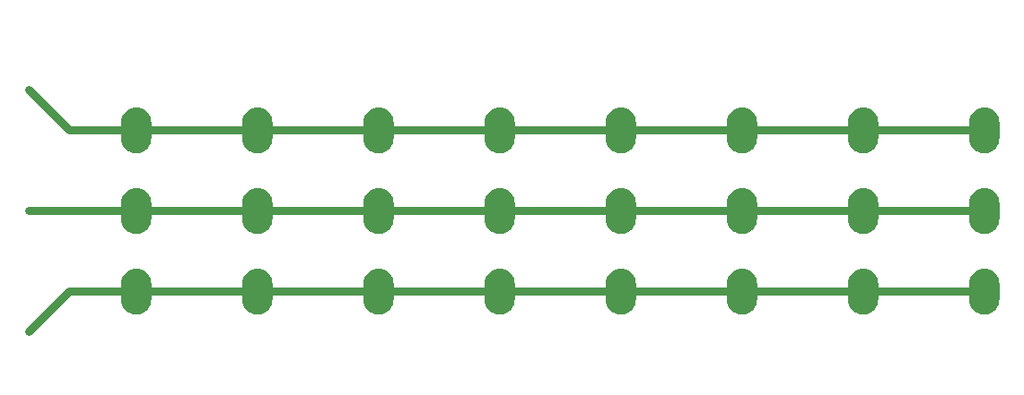
<source format=gbr>
G04 EAGLE Gerber RS-274X export*
G75*
%MOMM*%
%FSLAX34Y34*%
%LPD*%
%INCopper Layer 5*%
%IPPOS*%
%AMOC8*
5,1,8,0,0,1.08239X$1,22.5*%
G01*
%ADD10C,0.000241*%
%ADD11C,0.799997*%

G36*
X1005700Y473873D02*
X1005700Y473873D01*
X1005743Y473885D01*
X1005808Y473892D01*
X1008081Y474502D01*
X1008122Y474521D01*
X1008185Y474539D01*
X1010318Y475534D01*
X1010355Y475560D01*
X1010414Y475589D01*
X1012341Y476939D01*
X1012373Y476971D01*
X1012383Y476978D01*
X1012405Y476991D01*
X1012411Y476999D01*
X1012426Y477010D01*
X1014090Y478674D01*
X1014116Y478711D01*
X1014161Y478759D01*
X1015511Y480686D01*
X1015530Y480727D01*
X1015566Y480782D01*
X1016561Y482915D01*
X1016572Y482958D01*
X1016598Y483019D01*
X1017208Y485292D01*
X1017211Y485336D01*
X1017227Y485400D01*
X1017432Y487745D01*
X1017430Y487769D01*
X1017434Y487800D01*
X1017434Y502800D01*
X1017430Y502824D01*
X1017432Y502855D01*
X1017227Y505200D01*
X1017215Y505243D01*
X1017208Y505308D01*
X1016598Y507581D01*
X1016579Y507622D01*
X1016561Y507685D01*
X1015566Y509818D01*
X1015540Y509855D01*
X1015511Y509914D01*
X1014161Y511841D01*
X1014129Y511873D01*
X1014090Y511926D01*
X1012426Y513590D01*
X1012389Y513616D01*
X1012341Y513661D01*
X1010414Y515011D01*
X1010373Y515030D01*
X1010318Y515066D01*
X1008185Y516061D01*
X1008142Y516072D01*
X1008081Y516098D01*
X1005808Y516708D01*
X1005764Y516711D01*
X1005700Y516727D01*
X1003355Y516932D01*
X1003311Y516928D01*
X1003245Y516932D01*
X1000900Y516727D01*
X1000857Y516715D01*
X1000792Y516708D01*
X998519Y516098D01*
X998478Y516079D01*
X998415Y516061D01*
X996282Y515066D01*
X996245Y515040D01*
X996186Y515011D01*
X994259Y513661D01*
X994227Y513629D01*
X994174Y513590D01*
X992510Y511926D01*
X992484Y511889D01*
X992439Y511841D01*
X991089Y509914D01*
X991070Y509873D01*
X991034Y509818D01*
X990039Y507685D01*
X990028Y507642D01*
X990002Y507581D01*
X989392Y505308D01*
X989389Y505264D01*
X989373Y505200D01*
X989168Y502855D01*
X989170Y502831D01*
X989166Y502800D01*
X989166Y487800D01*
X989170Y487776D01*
X989168Y487745D01*
X989373Y485400D01*
X989385Y485357D01*
X989392Y485292D01*
X990002Y483019D01*
X990021Y482978D01*
X990039Y482915D01*
X991034Y480782D01*
X991060Y480745D01*
X991089Y480686D01*
X992439Y478759D01*
X992471Y478727D01*
X992510Y478674D01*
X994174Y477010D01*
X994206Y476988D01*
X994225Y476967D01*
X994234Y476963D01*
X994259Y476939D01*
X996186Y475589D01*
X996227Y475570D01*
X996282Y475534D01*
X998415Y474539D01*
X998458Y474528D01*
X998519Y474502D01*
X1000792Y473892D01*
X1000836Y473889D01*
X1000900Y473873D01*
X1003245Y473668D01*
X1003289Y473672D01*
X1003355Y473668D01*
X1005700Y473873D01*
G37*
G36*
X205600Y473873D02*
X205600Y473873D01*
X205643Y473885D01*
X205708Y473892D01*
X207981Y474502D01*
X208022Y474521D01*
X208085Y474539D01*
X210218Y475534D01*
X210255Y475560D01*
X210314Y475589D01*
X212241Y476939D01*
X212273Y476971D01*
X212283Y476978D01*
X212305Y476991D01*
X212311Y476999D01*
X212326Y477010D01*
X213990Y478674D01*
X214016Y478711D01*
X214061Y478759D01*
X215411Y480686D01*
X215430Y480727D01*
X215466Y480782D01*
X216461Y482915D01*
X216472Y482958D01*
X216498Y483019D01*
X217108Y485292D01*
X217111Y485336D01*
X217127Y485400D01*
X217332Y487745D01*
X217330Y487769D01*
X217334Y487800D01*
X217334Y502800D01*
X217330Y502824D01*
X217332Y502855D01*
X217127Y505200D01*
X217115Y505243D01*
X217108Y505308D01*
X216498Y507581D01*
X216479Y507622D01*
X216461Y507685D01*
X215466Y509818D01*
X215440Y509855D01*
X215411Y509914D01*
X214061Y511841D01*
X214029Y511873D01*
X213990Y511926D01*
X212326Y513590D01*
X212289Y513616D01*
X212241Y513661D01*
X210314Y515011D01*
X210273Y515030D01*
X210218Y515066D01*
X208085Y516061D01*
X208042Y516072D01*
X207981Y516098D01*
X205708Y516708D01*
X205664Y516711D01*
X205600Y516727D01*
X203255Y516932D01*
X203211Y516928D01*
X203145Y516932D01*
X200800Y516727D01*
X200757Y516715D01*
X200692Y516708D01*
X198419Y516098D01*
X198378Y516079D01*
X198315Y516061D01*
X196182Y515066D01*
X196145Y515040D01*
X196086Y515011D01*
X194159Y513661D01*
X194127Y513629D01*
X194074Y513590D01*
X192410Y511926D01*
X192384Y511889D01*
X192339Y511841D01*
X190989Y509914D01*
X190970Y509873D01*
X190934Y509818D01*
X189939Y507685D01*
X189928Y507642D01*
X189902Y507581D01*
X189292Y505308D01*
X189289Y505264D01*
X189273Y505200D01*
X189068Y502855D01*
X189070Y502831D01*
X189066Y502800D01*
X189066Y487800D01*
X189070Y487776D01*
X189068Y487745D01*
X189273Y485400D01*
X189285Y485357D01*
X189292Y485292D01*
X189902Y483019D01*
X189921Y482978D01*
X189939Y482915D01*
X190934Y480782D01*
X190960Y480745D01*
X190989Y480686D01*
X192339Y478759D01*
X192371Y478727D01*
X192410Y478674D01*
X194074Y477010D01*
X194106Y476988D01*
X194125Y476967D01*
X194134Y476963D01*
X194159Y476939D01*
X196086Y475589D01*
X196127Y475570D01*
X196182Y475534D01*
X198315Y474539D01*
X198358Y474528D01*
X198419Y474502D01*
X200692Y473892D01*
X200736Y473889D01*
X200800Y473873D01*
X203145Y473668D01*
X203189Y473672D01*
X203255Y473668D01*
X205600Y473873D01*
G37*
G36*
X319900Y473873D02*
X319900Y473873D01*
X319943Y473885D01*
X320008Y473892D01*
X322281Y474502D01*
X322322Y474521D01*
X322385Y474539D01*
X324518Y475534D01*
X324555Y475560D01*
X324614Y475589D01*
X326541Y476939D01*
X326573Y476971D01*
X326583Y476978D01*
X326605Y476991D01*
X326611Y476999D01*
X326626Y477010D01*
X328290Y478674D01*
X328316Y478711D01*
X328361Y478759D01*
X329711Y480686D01*
X329730Y480727D01*
X329766Y480782D01*
X330761Y482915D01*
X330772Y482958D01*
X330798Y483019D01*
X331408Y485292D01*
X331411Y485336D01*
X331427Y485400D01*
X331632Y487745D01*
X331630Y487769D01*
X331634Y487800D01*
X331634Y502800D01*
X331630Y502824D01*
X331632Y502855D01*
X331427Y505200D01*
X331415Y505243D01*
X331408Y505308D01*
X330798Y507581D01*
X330779Y507622D01*
X330761Y507685D01*
X329766Y509818D01*
X329740Y509855D01*
X329711Y509914D01*
X328361Y511841D01*
X328329Y511873D01*
X328290Y511926D01*
X326626Y513590D01*
X326589Y513616D01*
X326541Y513661D01*
X324614Y515011D01*
X324573Y515030D01*
X324518Y515066D01*
X322385Y516061D01*
X322342Y516072D01*
X322281Y516098D01*
X320008Y516708D01*
X319964Y516711D01*
X319900Y516727D01*
X317555Y516932D01*
X317511Y516928D01*
X317445Y516932D01*
X315100Y516727D01*
X315057Y516715D01*
X314992Y516708D01*
X312719Y516098D01*
X312678Y516079D01*
X312615Y516061D01*
X310482Y515066D01*
X310445Y515040D01*
X310386Y515011D01*
X308459Y513661D01*
X308427Y513629D01*
X308374Y513590D01*
X306710Y511926D01*
X306684Y511889D01*
X306639Y511841D01*
X305289Y509914D01*
X305270Y509873D01*
X305234Y509818D01*
X304239Y507685D01*
X304228Y507642D01*
X304202Y507581D01*
X303592Y505308D01*
X303589Y505264D01*
X303573Y505200D01*
X303368Y502855D01*
X303370Y502831D01*
X303366Y502800D01*
X303366Y487800D01*
X303370Y487776D01*
X303368Y487745D01*
X303573Y485400D01*
X303585Y485357D01*
X303592Y485292D01*
X304202Y483019D01*
X304221Y482978D01*
X304239Y482915D01*
X305234Y480782D01*
X305260Y480745D01*
X305289Y480686D01*
X306639Y478759D01*
X306671Y478727D01*
X306710Y478674D01*
X308374Y477010D01*
X308406Y476988D01*
X308425Y476967D01*
X308434Y476963D01*
X308459Y476939D01*
X310386Y475589D01*
X310427Y475570D01*
X310482Y475534D01*
X312615Y474539D01*
X312658Y474528D01*
X312719Y474502D01*
X314992Y473892D01*
X315036Y473889D01*
X315100Y473873D01*
X317445Y473668D01*
X317489Y473672D01*
X317555Y473668D01*
X319900Y473873D01*
G37*
G36*
X434200Y473873D02*
X434200Y473873D01*
X434243Y473885D01*
X434308Y473892D01*
X436581Y474502D01*
X436622Y474521D01*
X436685Y474539D01*
X438818Y475534D01*
X438855Y475560D01*
X438914Y475589D01*
X440841Y476939D01*
X440873Y476971D01*
X440883Y476978D01*
X440905Y476991D01*
X440911Y476999D01*
X440926Y477010D01*
X442590Y478674D01*
X442616Y478711D01*
X442661Y478759D01*
X444011Y480686D01*
X444030Y480727D01*
X444066Y480782D01*
X445061Y482915D01*
X445072Y482958D01*
X445098Y483019D01*
X445708Y485292D01*
X445711Y485336D01*
X445727Y485400D01*
X445932Y487745D01*
X445930Y487769D01*
X445934Y487800D01*
X445934Y502800D01*
X445930Y502824D01*
X445932Y502855D01*
X445727Y505200D01*
X445715Y505243D01*
X445708Y505308D01*
X445098Y507581D01*
X445079Y507622D01*
X445061Y507685D01*
X444066Y509818D01*
X444040Y509855D01*
X444011Y509914D01*
X442661Y511841D01*
X442629Y511873D01*
X442590Y511926D01*
X440926Y513590D01*
X440889Y513616D01*
X440841Y513661D01*
X438914Y515011D01*
X438873Y515030D01*
X438818Y515066D01*
X436685Y516061D01*
X436642Y516072D01*
X436581Y516098D01*
X434308Y516708D01*
X434264Y516711D01*
X434200Y516727D01*
X431855Y516932D01*
X431811Y516928D01*
X431745Y516932D01*
X429400Y516727D01*
X429357Y516715D01*
X429292Y516708D01*
X427019Y516098D01*
X426978Y516079D01*
X426915Y516061D01*
X424782Y515066D01*
X424745Y515040D01*
X424686Y515011D01*
X422759Y513661D01*
X422727Y513629D01*
X422674Y513590D01*
X421010Y511926D01*
X420984Y511889D01*
X420939Y511841D01*
X419589Y509914D01*
X419570Y509873D01*
X419534Y509818D01*
X418539Y507685D01*
X418528Y507642D01*
X418502Y507581D01*
X417892Y505308D01*
X417889Y505264D01*
X417873Y505200D01*
X417668Y502855D01*
X417670Y502831D01*
X417666Y502800D01*
X417666Y487800D01*
X417670Y487776D01*
X417668Y487745D01*
X417873Y485400D01*
X417885Y485357D01*
X417892Y485292D01*
X418502Y483019D01*
X418521Y482978D01*
X418539Y482915D01*
X419534Y480782D01*
X419560Y480745D01*
X419589Y480686D01*
X420939Y478759D01*
X420971Y478727D01*
X421010Y478674D01*
X422674Y477010D01*
X422706Y476988D01*
X422725Y476967D01*
X422734Y476963D01*
X422759Y476939D01*
X424686Y475589D01*
X424727Y475570D01*
X424782Y475534D01*
X426915Y474539D01*
X426958Y474528D01*
X427019Y474502D01*
X429292Y473892D01*
X429336Y473889D01*
X429400Y473873D01*
X431745Y473668D01*
X431789Y473672D01*
X431855Y473668D01*
X434200Y473873D01*
G37*
G36*
X777100Y473873D02*
X777100Y473873D01*
X777143Y473885D01*
X777208Y473892D01*
X779481Y474502D01*
X779522Y474521D01*
X779585Y474539D01*
X781718Y475534D01*
X781755Y475560D01*
X781814Y475589D01*
X783741Y476939D01*
X783773Y476971D01*
X783783Y476978D01*
X783805Y476991D01*
X783811Y476999D01*
X783826Y477010D01*
X785490Y478674D01*
X785516Y478711D01*
X785561Y478759D01*
X786911Y480686D01*
X786930Y480727D01*
X786966Y480782D01*
X787961Y482915D01*
X787972Y482958D01*
X787998Y483019D01*
X788608Y485292D01*
X788611Y485336D01*
X788627Y485400D01*
X788832Y487745D01*
X788830Y487769D01*
X788834Y487800D01*
X788834Y502800D01*
X788830Y502824D01*
X788832Y502855D01*
X788627Y505200D01*
X788615Y505243D01*
X788608Y505308D01*
X787998Y507581D01*
X787979Y507622D01*
X787961Y507685D01*
X786966Y509818D01*
X786940Y509855D01*
X786911Y509914D01*
X785561Y511841D01*
X785529Y511873D01*
X785490Y511926D01*
X783826Y513590D01*
X783789Y513616D01*
X783741Y513661D01*
X781814Y515011D01*
X781773Y515030D01*
X781718Y515066D01*
X779585Y516061D01*
X779542Y516072D01*
X779481Y516098D01*
X777208Y516708D01*
X777164Y516711D01*
X777100Y516727D01*
X774755Y516932D01*
X774711Y516928D01*
X774645Y516932D01*
X772300Y516727D01*
X772257Y516715D01*
X772192Y516708D01*
X769919Y516098D01*
X769878Y516079D01*
X769815Y516061D01*
X767682Y515066D01*
X767645Y515040D01*
X767586Y515011D01*
X765659Y513661D01*
X765627Y513629D01*
X765574Y513590D01*
X763910Y511926D01*
X763884Y511889D01*
X763839Y511841D01*
X762489Y509914D01*
X762470Y509873D01*
X762434Y509818D01*
X761439Y507685D01*
X761428Y507642D01*
X761402Y507581D01*
X760792Y505308D01*
X760789Y505264D01*
X760773Y505200D01*
X760568Y502855D01*
X760570Y502831D01*
X760566Y502800D01*
X760566Y487800D01*
X760570Y487776D01*
X760568Y487745D01*
X760773Y485400D01*
X760785Y485357D01*
X760792Y485292D01*
X761402Y483019D01*
X761421Y482978D01*
X761439Y482915D01*
X762434Y480782D01*
X762460Y480745D01*
X762489Y480686D01*
X763839Y478759D01*
X763871Y478727D01*
X763910Y478674D01*
X765574Y477010D01*
X765606Y476988D01*
X765625Y476967D01*
X765634Y476963D01*
X765659Y476939D01*
X767586Y475589D01*
X767627Y475570D01*
X767682Y475534D01*
X769815Y474539D01*
X769858Y474528D01*
X769919Y474502D01*
X772192Y473892D01*
X772236Y473889D01*
X772300Y473873D01*
X774645Y473668D01*
X774689Y473672D01*
X774755Y473668D01*
X777100Y473873D01*
G37*
G36*
X548500Y473873D02*
X548500Y473873D01*
X548543Y473885D01*
X548608Y473892D01*
X550881Y474502D01*
X550922Y474521D01*
X550985Y474539D01*
X553118Y475534D01*
X553155Y475560D01*
X553214Y475589D01*
X555141Y476939D01*
X555173Y476971D01*
X555183Y476978D01*
X555205Y476991D01*
X555211Y476999D01*
X555226Y477010D01*
X556890Y478674D01*
X556916Y478711D01*
X556961Y478759D01*
X558311Y480686D01*
X558330Y480727D01*
X558366Y480782D01*
X559361Y482915D01*
X559372Y482958D01*
X559398Y483019D01*
X560008Y485292D01*
X560011Y485336D01*
X560027Y485400D01*
X560232Y487745D01*
X560230Y487769D01*
X560234Y487800D01*
X560234Y502800D01*
X560230Y502824D01*
X560232Y502855D01*
X560027Y505200D01*
X560015Y505243D01*
X560008Y505308D01*
X559398Y507581D01*
X559379Y507622D01*
X559361Y507685D01*
X558366Y509818D01*
X558340Y509855D01*
X558311Y509914D01*
X556961Y511841D01*
X556929Y511873D01*
X556890Y511926D01*
X555226Y513590D01*
X555189Y513616D01*
X555141Y513661D01*
X553214Y515011D01*
X553173Y515030D01*
X553118Y515066D01*
X550985Y516061D01*
X550942Y516072D01*
X550881Y516098D01*
X548608Y516708D01*
X548564Y516711D01*
X548500Y516727D01*
X546155Y516932D01*
X546111Y516928D01*
X546045Y516932D01*
X543700Y516727D01*
X543657Y516715D01*
X543592Y516708D01*
X541319Y516098D01*
X541278Y516079D01*
X541215Y516061D01*
X539082Y515066D01*
X539045Y515040D01*
X538986Y515011D01*
X537059Y513661D01*
X537027Y513629D01*
X536974Y513590D01*
X535310Y511926D01*
X535284Y511889D01*
X535239Y511841D01*
X533889Y509914D01*
X533870Y509873D01*
X533834Y509818D01*
X532839Y507685D01*
X532828Y507642D01*
X532802Y507581D01*
X532192Y505308D01*
X532189Y505264D01*
X532173Y505200D01*
X531968Y502855D01*
X531970Y502831D01*
X531966Y502800D01*
X531966Y487800D01*
X531970Y487776D01*
X531968Y487745D01*
X532173Y485400D01*
X532185Y485357D01*
X532192Y485292D01*
X532802Y483019D01*
X532821Y482978D01*
X532839Y482915D01*
X533834Y480782D01*
X533860Y480745D01*
X533889Y480686D01*
X535239Y478759D01*
X535271Y478727D01*
X535310Y478674D01*
X536974Y477010D01*
X537006Y476988D01*
X537025Y476967D01*
X537034Y476963D01*
X537059Y476939D01*
X538986Y475589D01*
X539027Y475570D01*
X539082Y475534D01*
X541215Y474539D01*
X541258Y474528D01*
X541319Y474502D01*
X543592Y473892D01*
X543636Y473889D01*
X543700Y473873D01*
X546045Y473668D01*
X546089Y473672D01*
X546155Y473668D01*
X548500Y473873D01*
G37*
G36*
X891400Y473873D02*
X891400Y473873D01*
X891443Y473885D01*
X891508Y473892D01*
X893781Y474502D01*
X893822Y474521D01*
X893885Y474539D01*
X896018Y475534D01*
X896055Y475560D01*
X896114Y475589D01*
X898041Y476939D01*
X898073Y476971D01*
X898083Y476978D01*
X898105Y476991D01*
X898111Y476999D01*
X898126Y477010D01*
X899790Y478674D01*
X899816Y478711D01*
X899861Y478759D01*
X901211Y480686D01*
X901230Y480727D01*
X901266Y480782D01*
X902261Y482915D01*
X902272Y482958D01*
X902298Y483019D01*
X902908Y485292D01*
X902911Y485336D01*
X902927Y485400D01*
X903132Y487745D01*
X903130Y487769D01*
X903134Y487800D01*
X903134Y502800D01*
X903130Y502824D01*
X903132Y502855D01*
X902927Y505200D01*
X902915Y505243D01*
X902908Y505308D01*
X902298Y507581D01*
X902279Y507622D01*
X902261Y507685D01*
X901266Y509818D01*
X901240Y509855D01*
X901211Y509914D01*
X899861Y511841D01*
X899829Y511873D01*
X899790Y511926D01*
X898126Y513590D01*
X898089Y513616D01*
X898041Y513661D01*
X896114Y515011D01*
X896073Y515030D01*
X896018Y515066D01*
X893885Y516061D01*
X893842Y516072D01*
X893781Y516098D01*
X891508Y516708D01*
X891464Y516711D01*
X891400Y516727D01*
X889055Y516932D01*
X889011Y516928D01*
X888945Y516932D01*
X886600Y516727D01*
X886557Y516715D01*
X886492Y516708D01*
X884219Y516098D01*
X884178Y516079D01*
X884115Y516061D01*
X881982Y515066D01*
X881945Y515040D01*
X881886Y515011D01*
X879959Y513661D01*
X879927Y513629D01*
X879874Y513590D01*
X878210Y511926D01*
X878184Y511889D01*
X878139Y511841D01*
X876789Y509914D01*
X876770Y509873D01*
X876734Y509818D01*
X875739Y507685D01*
X875728Y507642D01*
X875702Y507581D01*
X875092Y505308D01*
X875089Y505264D01*
X875073Y505200D01*
X874868Y502855D01*
X874870Y502831D01*
X874866Y502800D01*
X874866Y487800D01*
X874870Y487776D01*
X874868Y487745D01*
X875073Y485400D01*
X875085Y485357D01*
X875092Y485292D01*
X875702Y483019D01*
X875721Y482978D01*
X875739Y482915D01*
X876734Y480782D01*
X876760Y480745D01*
X876789Y480686D01*
X878139Y478759D01*
X878171Y478727D01*
X878210Y478674D01*
X879874Y477010D01*
X879906Y476988D01*
X879925Y476967D01*
X879934Y476963D01*
X879959Y476939D01*
X881886Y475589D01*
X881927Y475570D01*
X881982Y475534D01*
X884115Y474539D01*
X884158Y474528D01*
X884219Y474502D01*
X886492Y473892D01*
X886536Y473889D01*
X886600Y473873D01*
X888945Y473668D01*
X888989Y473672D01*
X889055Y473668D01*
X891400Y473873D01*
G37*
G36*
X662800Y473873D02*
X662800Y473873D01*
X662843Y473885D01*
X662908Y473892D01*
X665181Y474502D01*
X665222Y474521D01*
X665285Y474539D01*
X667418Y475534D01*
X667455Y475560D01*
X667514Y475589D01*
X669441Y476939D01*
X669473Y476971D01*
X669483Y476978D01*
X669504Y476991D01*
X669511Y476999D01*
X669526Y477010D01*
X671190Y478674D01*
X671216Y478711D01*
X671261Y478759D01*
X672611Y480686D01*
X672630Y480727D01*
X672666Y480782D01*
X673661Y482915D01*
X673672Y482958D01*
X673698Y483019D01*
X674308Y485292D01*
X674311Y485336D01*
X674327Y485400D01*
X674532Y487745D01*
X674530Y487769D01*
X674534Y487800D01*
X674534Y502800D01*
X674530Y502824D01*
X674532Y502855D01*
X674327Y505200D01*
X674315Y505243D01*
X674308Y505308D01*
X673698Y507581D01*
X673679Y507622D01*
X673661Y507685D01*
X672666Y509818D01*
X672640Y509855D01*
X672611Y509914D01*
X671261Y511841D01*
X671229Y511873D01*
X671190Y511926D01*
X669526Y513590D01*
X669489Y513616D01*
X669441Y513661D01*
X667514Y515011D01*
X667473Y515030D01*
X667418Y515066D01*
X665285Y516061D01*
X665242Y516072D01*
X665181Y516098D01*
X662908Y516708D01*
X662864Y516711D01*
X662800Y516727D01*
X660455Y516932D01*
X660411Y516928D01*
X660345Y516932D01*
X658000Y516727D01*
X657957Y516715D01*
X657892Y516708D01*
X655619Y516098D01*
X655578Y516079D01*
X655515Y516061D01*
X653382Y515066D01*
X653345Y515040D01*
X653286Y515011D01*
X651359Y513661D01*
X651327Y513629D01*
X651274Y513590D01*
X649610Y511926D01*
X649584Y511889D01*
X649539Y511841D01*
X648189Y509914D01*
X648170Y509873D01*
X648134Y509818D01*
X647139Y507685D01*
X647128Y507642D01*
X647102Y507581D01*
X646492Y505308D01*
X646489Y505264D01*
X646473Y505200D01*
X646268Y502855D01*
X646270Y502831D01*
X646266Y502800D01*
X646266Y487800D01*
X646270Y487776D01*
X646268Y487745D01*
X646473Y485400D01*
X646485Y485357D01*
X646492Y485292D01*
X647102Y483019D01*
X647121Y482978D01*
X647139Y482915D01*
X648134Y480782D01*
X648160Y480745D01*
X648189Y480686D01*
X649539Y478759D01*
X649571Y478727D01*
X649610Y478674D01*
X651274Y477010D01*
X651306Y476988D01*
X651325Y476967D01*
X651334Y476963D01*
X651359Y476939D01*
X653286Y475589D01*
X653327Y475570D01*
X653382Y475534D01*
X655515Y474539D01*
X655558Y474528D01*
X655619Y474502D01*
X657892Y473892D01*
X657936Y473889D01*
X658000Y473873D01*
X660345Y473668D01*
X660389Y473672D01*
X660455Y473668D01*
X662800Y473873D01*
G37*
G36*
X548500Y397673D02*
X548500Y397673D01*
X548543Y397685D01*
X548608Y397692D01*
X550881Y398302D01*
X550922Y398321D01*
X550985Y398339D01*
X553118Y399334D01*
X553155Y399360D01*
X553214Y399389D01*
X555141Y400739D01*
X555173Y400771D01*
X555183Y400778D01*
X555205Y400791D01*
X555211Y400799D01*
X555226Y400810D01*
X556890Y402474D01*
X556916Y402511D01*
X556961Y402559D01*
X558311Y404486D01*
X558330Y404527D01*
X558366Y404582D01*
X559361Y406715D01*
X559372Y406758D01*
X559398Y406819D01*
X560008Y409092D01*
X560011Y409136D01*
X560027Y409200D01*
X560232Y411545D01*
X560230Y411569D01*
X560234Y411600D01*
X560234Y426600D01*
X560230Y426624D01*
X560232Y426655D01*
X560027Y429000D01*
X560015Y429043D01*
X560008Y429108D01*
X559398Y431381D01*
X559379Y431422D01*
X559361Y431485D01*
X558366Y433618D01*
X558340Y433655D01*
X558311Y433714D01*
X556961Y435641D01*
X556929Y435673D01*
X556890Y435726D01*
X555226Y437390D01*
X555189Y437416D01*
X555141Y437461D01*
X553214Y438811D01*
X553173Y438830D01*
X553118Y438866D01*
X550985Y439861D01*
X550942Y439872D01*
X550881Y439898D01*
X548608Y440508D01*
X548564Y440511D01*
X548500Y440527D01*
X546155Y440732D01*
X546111Y440728D01*
X546045Y440732D01*
X543700Y440527D01*
X543657Y440515D01*
X543592Y440508D01*
X541319Y439898D01*
X541278Y439879D01*
X541215Y439861D01*
X539082Y438866D01*
X539045Y438840D01*
X538986Y438811D01*
X537059Y437461D01*
X537027Y437429D01*
X536974Y437390D01*
X535310Y435726D01*
X535284Y435689D01*
X535239Y435641D01*
X533889Y433714D01*
X533870Y433673D01*
X533834Y433618D01*
X532839Y431485D01*
X532828Y431442D01*
X532802Y431381D01*
X532192Y429108D01*
X532189Y429064D01*
X532173Y429000D01*
X531968Y426655D01*
X531970Y426631D01*
X531966Y426600D01*
X531966Y411600D01*
X531970Y411576D01*
X531968Y411545D01*
X532173Y409200D01*
X532185Y409157D01*
X532192Y409092D01*
X532802Y406819D01*
X532821Y406778D01*
X532839Y406715D01*
X533834Y404582D01*
X533860Y404545D01*
X533889Y404486D01*
X535239Y402559D01*
X535271Y402527D01*
X535310Y402474D01*
X536974Y400810D01*
X537006Y400788D01*
X537025Y400767D01*
X537034Y400763D01*
X537059Y400739D01*
X538986Y399389D01*
X539027Y399370D01*
X539082Y399334D01*
X541215Y398339D01*
X541258Y398328D01*
X541319Y398302D01*
X543592Y397692D01*
X543636Y397689D01*
X543700Y397673D01*
X546045Y397468D01*
X546089Y397472D01*
X546155Y397468D01*
X548500Y397673D01*
G37*
G36*
X662800Y397673D02*
X662800Y397673D01*
X662843Y397685D01*
X662908Y397692D01*
X665181Y398302D01*
X665222Y398321D01*
X665285Y398339D01*
X667418Y399334D01*
X667455Y399360D01*
X667514Y399389D01*
X669441Y400739D01*
X669473Y400771D01*
X669483Y400778D01*
X669505Y400791D01*
X669511Y400799D01*
X669526Y400810D01*
X671190Y402474D01*
X671216Y402511D01*
X671261Y402559D01*
X672611Y404486D01*
X672630Y404527D01*
X672666Y404582D01*
X673661Y406715D01*
X673672Y406758D01*
X673698Y406819D01*
X674308Y409092D01*
X674311Y409136D01*
X674327Y409200D01*
X674532Y411545D01*
X674530Y411569D01*
X674534Y411600D01*
X674534Y426600D01*
X674530Y426624D01*
X674532Y426655D01*
X674327Y429000D01*
X674315Y429043D01*
X674308Y429108D01*
X673698Y431381D01*
X673679Y431422D01*
X673661Y431485D01*
X672666Y433618D01*
X672640Y433655D01*
X672611Y433714D01*
X671261Y435641D01*
X671229Y435673D01*
X671190Y435726D01*
X669526Y437390D01*
X669489Y437416D01*
X669441Y437461D01*
X667514Y438811D01*
X667473Y438830D01*
X667418Y438866D01*
X665285Y439861D01*
X665242Y439872D01*
X665181Y439898D01*
X662908Y440508D01*
X662864Y440511D01*
X662800Y440527D01*
X660455Y440732D01*
X660411Y440728D01*
X660345Y440732D01*
X658000Y440527D01*
X657957Y440515D01*
X657892Y440508D01*
X655619Y439898D01*
X655578Y439879D01*
X655515Y439861D01*
X653382Y438866D01*
X653345Y438840D01*
X653286Y438811D01*
X651359Y437461D01*
X651327Y437429D01*
X651274Y437390D01*
X649610Y435726D01*
X649584Y435689D01*
X649539Y435641D01*
X648189Y433714D01*
X648170Y433673D01*
X648134Y433618D01*
X647139Y431485D01*
X647128Y431442D01*
X647102Y431381D01*
X646492Y429108D01*
X646489Y429064D01*
X646473Y429000D01*
X646268Y426655D01*
X646270Y426631D01*
X646266Y426600D01*
X646266Y411600D01*
X646270Y411576D01*
X646268Y411545D01*
X646473Y409200D01*
X646485Y409157D01*
X646492Y409092D01*
X647102Y406819D01*
X647121Y406778D01*
X647139Y406715D01*
X648134Y404582D01*
X648160Y404545D01*
X648189Y404486D01*
X649539Y402559D01*
X649571Y402527D01*
X649610Y402474D01*
X651274Y400810D01*
X651306Y400788D01*
X651325Y400767D01*
X651334Y400763D01*
X651359Y400739D01*
X653286Y399389D01*
X653327Y399370D01*
X653382Y399334D01*
X655515Y398339D01*
X655558Y398328D01*
X655619Y398302D01*
X657892Y397692D01*
X657936Y397689D01*
X658000Y397673D01*
X660345Y397468D01*
X660389Y397472D01*
X660455Y397468D01*
X662800Y397673D01*
G37*
G36*
X1005700Y397673D02*
X1005700Y397673D01*
X1005743Y397685D01*
X1005808Y397692D01*
X1008081Y398302D01*
X1008122Y398321D01*
X1008185Y398339D01*
X1010318Y399334D01*
X1010355Y399360D01*
X1010414Y399389D01*
X1012341Y400739D01*
X1012373Y400771D01*
X1012383Y400778D01*
X1012405Y400791D01*
X1012411Y400799D01*
X1012426Y400810D01*
X1014090Y402474D01*
X1014116Y402511D01*
X1014161Y402559D01*
X1015511Y404486D01*
X1015530Y404527D01*
X1015566Y404582D01*
X1016561Y406715D01*
X1016572Y406758D01*
X1016598Y406819D01*
X1017208Y409092D01*
X1017211Y409136D01*
X1017227Y409200D01*
X1017432Y411545D01*
X1017430Y411569D01*
X1017434Y411600D01*
X1017434Y426600D01*
X1017430Y426624D01*
X1017432Y426655D01*
X1017227Y429000D01*
X1017215Y429043D01*
X1017208Y429108D01*
X1016598Y431381D01*
X1016579Y431422D01*
X1016561Y431485D01*
X1015566Y433618D01*
X1015540Y433655D01*
X1015511Y433714D01*
X1014161Y435641D01*
X1014129Y435673D01*
X1014090Y435726D01*
X1012426Y437390D01*
X1012389Y437416D01*
X1012341Y437461D01*
X1010414Y438811D01*
X1010373Y438830D01*
X1010318Y438866D01*
X1008185Y439861D01*
X1008142Y439872D01*
X1008081Y439898D01*
X1005808Y440508D01*
X1005764Y440511D01*
X1005700Y440527D01*
X1003355Y440732D01*
X1003311Y440728D01*
X1003245Y440732D01*
X1000900Y440527D01*
X1000857Y440515D01*
X1000792Y440508D01*
X998519Y439898D01*
X998478Y439879D01*
X998415Y439861D01*
X996282Y438866D01*
X996245Y438840D01*
X996186Y438811D01*
X994259Y437461D01*
X994227Y437429D01*
X994174Y437390D01*
X992510Y435726D01*
X992484Y435689D01*
X992439Y435641D01*
X991089Y433714D01*
X991070Y433673D01*
X991034Y433618D01*
X990039Y431485D01*
X990028Y431442D01*
X990002Y431381D01*
X989392Y429108D01*
X989389Y429064D01*
X989373Y429000D01*
X989168Y426655D01*
X989170Y426631D01*
X989166Y426600D01*
X989166Y411600D01*
X989170Y411576D01*
X989168Y411545D01*
X989373Y409200D01*
X989385Y409157D01*
X989392Y409092D01*
X990002Y406819D01*
X990021Y406778D01*
X990039Y406715D01*
X991034Y404582D01*
X991060Y404545D01*
X991089Y404486D01*
X992439Y402559D01*
X992471Y402527D01*
X992510Y402474D01*
X994174Y400810D01*
X994206Y400788D01*
X994225Y400767D01*
X994234Y400763D01*
X994259Y400739D01*
X996186Y399389D01*
X996227Y399370D01*
X996282Y399334D01*
X998415Y398339D01*
X998458Y398328D01*
X998519Y398302D01*
X1000792Y397692D01*
X1000836Y397689D01*
X1000900Y397673D01*
X1003245Y397468D01*
X1003289Y397472D01*
X1003355Y397468D01*
X1005700Y397673D01*
G37*
G36*
X434200Y397673D02*
X434200Y397673D01*
X434243Y397685D01*
X434308Y397692D01*
X436581Y398302D01*
X436622Y398321D01*
X436685Y398339D01*
X438818Y399334D01*
X438855Y399360D01*
X438914Y399389D01*
X440841Y400739D01*
X440873Y400771D01*
X440883Y400778D01*
X440905Y400791D01*
X440911Y400799D01*
X440926Y400810D01*
X442590Y402474D01*
X442616Y402511D01*
X442661Y402559D01*
X444011Y404486D01*
X444030Y404527D01*
X444066Y404582D01*
X445061Y406715D01*
X445072Y406758D01*
X445098Y406819D01*
X445708Y409092D01*
X445711Y409136D01*
X445727Y409200D01*
X445932Y411545D01*
X445930Y411569D01*
X445934Y411600D01*
X445934Y426600D01*
X445930Y426624D01*
X445932Y426655D01*
X445727Y429000D01*
X445715Y429043D01*
X445708Y429108D01*
X445098Y431381D01*
X445079Y431422D01*
X445061Y431485D01*
X444066Y433618D01*
X444040Y433655D01*
X444011Y433714D01*
X442661Y435641D01*
X442629Y435673D01*
X442590Y435726D01*
X440926Y437390D01*
X440889Y437416D01*
X440841Y437461D01*
X438914Y438811D01*
X438873Y438830D01*
X438818Y438866D01*
X436685Y439861D01*
X436642Y439872D01*
X436581Y439898D01*
X434308Y440508D01*
X434264Y440511D01*
X434200Y440527D01*
X431855Y440732D01*
X431811Y440728D01*
X431745Y440732D01*
X429400Y440527D01*
X429357Y440515D01*
X429292Y440508D01*
X427019Y439898D01*
X426978Y439879D01*
X426915Y439861D01*
X424782Y438866D01*
X424745Y438840D01*
X424686Y438811D01*
X422759Y437461D01*
X422727Y437429D01*
X422674Y437390D01*
X421010Y435726D01*
X420984Y435689D01*
X420939Y435641D01*
X419589Y433714D01*
X419570Y433673D01*
X419534Y433618D01*
X418539Y431485D01*
X418528Y431442D01*
X418502Y431381D01*
X417892Y429108D01*
X417889Y429064D01*
X417873Y429000D01*
X417668Y426655D01*
X417670Y426631D01*
X417666Y426600D01*
X417666Y411600D01*
X417670Y411576D01*
X417668Y411545D01*
X417873Y409200D01*
X417885Y409157D01*
X417892Y409092D01*
X418502Y406819D01*
X418521Y406778D01*
X418539Y406715D01*
X419534Y404582D01*
X419560Y404545D01*
X419589Y404486D01*
X420939Y402559D01*
X420971Y402527D01*
X421010Y402474D01*
X422674Y400810D01*
X422706Y400788D01*
X422725Y400767D01*
X422734Y400763D01*
X422759Y400739D01*
X424686Y399389D01*
X424727Y399370D01*
X424782Y399334D01*
X426915Y398339D01*
X426958Y398328D01*
X427019Y398302D01*
X429292Y397692D01*
X429336Y397689D01*
X429400Y397673D01*
X431745Y397468D01*
X431789Y397472D01*
X431855Y397468D01*
X434200Y397673D01*
G37*
G36*
X319900Y397673D02*
X319900Y397673D01*
X319943Y397685D01*
X320008Y397692D01*
X322281Y398302D01*
X322322Y398321D01*
X322385Y398339D01*
X324518Y399334D01*
X324555Y399360D01*
X324614Y399389D01*
X326541Y400739D01*
X326573Y400771D01*
X326583Y400778D01*
X326605Y400791D01*
X326611Y400799D01*
X326626Y400810D01*
X328290Y402474D01*
X328316Y402511D01*
X328361Y402559D01*
X329711Y404486D01*
X329730Y404527D01*
X329766Y404582D01*
X330761Y406715D01*
X330772Y406758D01*
X330798Y406819D01*
X331408Y409092D01*
X331411Y409136D01*
X331427Y409200D01*
X331632Y411545D01*
X331630Y411569D01*
X331634Y411600D01*
X331634Y426600D01*
X331630Y426624D01*
X331632Y426655D01*
X331427Y429000D01*
X331415Y429043D01*
X331408Y429108D01*
X330798Y431381D01*
X330779Y431422D01*
X330761Y431485D01*
X329766Y433618D01*
X329740Y433655D01*
X329711Y433714D01*
X328361Y435641D01*
X328329Y435673D01*
X328290Y435726D01*
X326626Y437390D01*
X326589Y437416D01*
X326541Y437461D01*
X324614Y438811D01*
X324573Y438830D01*
X324518Y438866D01*
X322385Y439861D01*
X322342Y439872D01*
X322281Y439898D01*
X320008Y440508D01*
X319964Y440511D01*
X319900Y440527D01*
X317555Y440732D01*
X317511Y440728D01*
X317445Y440732D01*
X315100Y440527D01*
X315057Y440515D01*
X314992Y440508D01*
X312719Y439898D01*
X312678Y439879D01*
X312615Y439861D01*
X310482Y438866D01*
X310445Y438840D01*
X310386Y438811D01*
X308459Y437461D01*
X308427Y437429D01*
X308374Y437390D01*
X306710Y435726D01*
X306684Y435689D01*
X306639Y435641D01*
X305289Y433714D01*
X305270Y433673D01*
X305234Y433618D01*
X304239Y431485D01*
X304228Y431442D01*
X304202Y431381D01*
X303592Y429108D01*
X303589Y429064D01*
X303573Y429000D01*
X303368Y426655D01*
X303370Y426631D01*
X303366Y426600D01*
X303366Y411600D01*
X303370Y411576D01*
X303368Y411545D01*
X303573Y409200D01*
X303585Y409157D01*
X303592Y409092D01*
X304202Y406819D01*
X304221Y406778D01*
X304239Y406715D01*
X305234Y404582D01*
X305260Y404545D01*
X305289Y404486D01*
X306639Y402559D01*
X306671Y402527D01*
X306710Y402474D01*
X308374Y400810D01*
X308406Y400788D01*
X308425Y400767D01*
X308434Y400763D01*
X308459Y400739D01*
X310386Y399389D01*
X310427Y399370D01*
X310482Y399334D01*
X312615Y398339D01*
X312658Y398328D01*
X312719Y398302D01*
X314992Y397692D01*
X315036Y397689D01*
X315100Y397673D01*
X317445Y397468D01*
X317489Y397472D01*
X317555Y397468D01*
X319900Y397673D01*
G37*
G36*
X891400Y397673D02*
X891400Y397673D01*
X891443Y397685D01*
X891508Y397692D01*
X893781Y398302D01*
X893822Y398321D01*
X893885Y398339D01*
X896018Y399334D01*
X896055Y399360D01*
X896114Y399389D01*
X898041Y400739D01*
X898073Y400771D01*
X898083Y400778D01*
X898105Y400791D01*
X898111Y400799D01*
X898126Y400810D01*
X899790Y402474D01*
X899816Y402511D01*
X899861Y402559D01*
X901211Y404486D01*
X901230Y404527D01*
X901266Y404582D01*
X902261Y406715D01*
X902272Y406758D01*
X902298Y406819D01*
X902908Y409092D01*
X902911Y409136D01*
X902927Y409200D01*
X903132Y411545D01*
X903130Y411569D01*
X903134Y411600D01*
X903134Y426600D01*
X903130Y426624D01*
X903132Y426655D01*
X902927Y429000D01*
X902915Y429043D01*
X902908Y429108D01*
X902298Y431381D01*
X902279Y431422D01*
X902261Y431485D01*
X901266Y433618D01*
X901240Y433655D01*
X901211Y433714D01*
X899861Y435641D01*
X899829Y435673D01*
X899790Y435726D01*
X898126Y437390D01*
X898089Y437416D01*
X898041Y437461D01*
X896114Y438811D01*
X896073Y438830D01*
X896018Y438866D01*
X893885Y439861D01*
X893842Y439872D01*
X893781Y439898D01*
X891508Y440508D01*
X891464Y440511D01*
X891400Y440527D01*
X889055Y440732D01*
X889011Y440728D01*
X888945Y440732D01*
X886600Y440527D01*
X886557Y440515D01*
X886492Y440508D01*
X884219Y439898D01*
X884178Y439879D01*
X884115Y439861D01*
X881982Y438866D01*
X881945Y438840D01*
X881886Y438811D01*
X879959Y437461D01*
X879927Y437429D01*
X879874Y437390D01*
X878210Y435726D01*
X878184Y435689D01*
X878139Y435641D01*
X876789Y433714D01*
X876770Y433673D01*
X876734Y433618D01*
X875739Y431485D01*
X875728Y431442D01*
X875702Y431381D01*
X875092Y429108D01*
X875089Y429064D01*
X875073Y429000D01*
X874868Y426655D01*
X874870Y426631D01*
X874866Y426600D01*
X874866Y411600D01*
X874870Y411576D01*
X874868Y411545D01*
X875073Y409200D01*
X875085Y409157D01*
X875092Y409092D01*
X875702Y406819D01*
X875721Y406778D01*
X875739Y406715D01*
X876734Y404582D01*
X876760Y404545D01*
X876789Y404486D01*
X878139Y402559D01*
X878171Y402527D01*
X878210Y402474D01*
X879874Y400810D01*
X879906Y400788D01*
X879925Y400767D01*
X879934Y400763D01*
X879959Y400739D01*
X881886Y399389D01*
X881927Y399370D01*
X881982Y399334D01*
X884115Y398339D01*
X884158Y398328D01*
X884219Y398302D01*
X886492Y397692D01*
X886536Y397689D01*
X886600Y397673D01*
X888945Y397468D01*
X888989Y397472D01*
X889055Y397468D01*
X891400Y397673D01*
G37*
G36*
X777100Y397673D02*
X777100Y397673D01*
X777143Y397685D01*
X777208Y397692D01*
X779481Y398302D01*
X779522Y398321D01*
X779585Y398339D01*
X781718Y399334D01*
X781755Y399360D01*
X781814Y399389D01*
X783741Y400739D01*
X783773Y400771D01*
X783783Y400778D01*
X783805Y400791D01*
X783811Y400799D01*
X783826Y400810D01*
X785490Y402474D01*
X785516Y402511D01*
X785561Y402559D01*
X786911Y404486D01*
X786930Y404527D01*
X786966Y404582D01*
X787961Y406715D01*
X787972Y406758D01*
X787998Y406819D01*
X788608Y409092D01*
X788611Y409136D01*
X788627Y409200D01*
X788832Y411545D01*
X788830Y411569D01*
X788834Y411600D01*
X788834Y426600D01*
X788830Y426624D01*
X788832Y426655D01*
X788627Y429000D01*
X788615Y429043D01*
X788608Y429108D01*
X787998Y431381D01*
X787979Y431422D01*
X787961Y431485D01*
X786966Y433618D01*
X786940Y433655D01*
X786911Y433714D01*
X785561Y435641D01*
X785529Y435673D01*
X785490Y435726D01*
X783826Y437390D01*
X783789Y437416D01*
X783741Y437461D01*
X781814Y438811D01*
X781773Y438830D01*
X781718Y438866D01*
X779585Y439861D01*
X779542Y439872D01*
X779481Y439898D01*
X777208Y440508D01*
X777164Y440511D01*
X777100Y440527D01*
X774755Y440732D01*
X774711Y440728D01*
X774645Y440732D01*
X772300Y440527D01*
X772257Y440515D01*
X772192Y440508D01*
X769919Y439898D01*
X769878Y439879D01*
X769815Y439861D01*
X767682Y438866D01*
X767645Y438840D01*
X767586Y438811D01*
X765659Y437461D01*
X765627Y437429D01*
X765574Y437390D01*
X763910Y435726D01*
X763884Y435689D01*
X763839Y435641D01*
X762489Y433714D01*
X762470Y433673D01*
X762434Y433618D01*
X761439Y431485D01*
X761428Y431442D01*
X761402Y431381D01*
X760792Y429108D01*
X760789Y429064D01*
X760773Y429000D01*
X760568Y426655D01*
X760570Y426631D01*
X760566Y426600D01*
X760566Y411600D01*
X760570Y411576D01*
X760568Y411545D01*
X760773Y409200D01*
X760785Y409157D01*
X760792Y409092D01*
X761402Y406819D01*
X761421Y406778D01*
X761439Y406715D01*
X762434Y404582D01*
X762460Y404545D01*
X762489Y404486D01*
X763839Y402559D01*
X763871Y402527D01*
X763910Y402474D01*
X765574Y400810D01*
X765606Y400788D01*
X765625Y400767D01*
X765634Y400763D01*
X765659Y400739D01*
X767586Y399389D01*
X767627Y399370D01*
X767682Y399334D01*
X769815Y398339D01*
X769858Y398328D01*
X769919Y398302D01*
X772192Y397692D01*
X772236Y397689D01*
X772300Y397673D01*
X774645Y397468D01*
X774689Y397472D01*
X774755Y397468D01*
X777100Y397673D01*
G37*
G36*
X205600Y397673D02*
X205600Y397673D01*
X205643Y397685D01*
X205708Y397692D01*
X207981Y398302D01*
X208022Y398321D01*
X208085Y398339D01*
X210218Y399334D01*
X210255Y399360D01*
X210314Y399389D01*
X212241Y400739D01*
X212273Y400771D01*
X212283Y400778D01*
X212305Y400791D01*
X212311Y400799D01*
X212326Y400810D01*
X213990Y402474D01*
X214016Y402511D01*
X214061Y402559D01*
X215411Y404486D01*
X215430Y404527D01*
X215466Y404582D01*
X216461Y406715D01*
X216472Y406758D01*
X216498Y406819D01*
X217108Y409092D01*
X217111Y409136D01*
X217127Y409200D01*
X217332Y411545D01*
X217330Y411569D01*
X217334Y411600D01*
X217334Y426600D01*
X217330Y426624D01*
X217332Y426655D01*
X217127Y429000D01*
X217115Y429043D01*
X217108Y429108D01*
X216498Y431381D01*
X216479Y431422D01*
X216461Y431485D01*
X215466Y433618D01*
X215440Y433655D01*
X215411Y433714D01*
X214061Y435641D01*
X214029Y435673D01*
X213990Y435726D01*
X212326Y437390D01*
X212289Y437416D01*
X212241Y437461D01*
X210314Y438811D01*
X210273Y438830D01*
X210218Y438866D01*
X208085Y439861D01*
X208042Y439872D01*
X207981Y439898D01*
X205708Y440508D01*
X205664Y440511D01*
X205600Y440527D01*
X203255Y440732D01*
X203211Y440728D01*
X203145Y440732D01*
X200800Y440527D01*
X200757Y440515D01*
X200692Y440508D01*
X198419Y439898D01*
X198378Y439879D01*
X198315Y439861D01*
X196182Y438866D01*
X196145Y438840D01*
X196086Y438811D01*
X194159Y437461D01*
X194127Y437429D01*
X194074Y437390D01*
X192410Y435726D01*
X192384Y435689D01*
X192339Y435641D01*
X190989Y433714D01*
X190970Y433673D01*
X190934Y433618D01*
X189939Y431485D01*
X189928Y431442D01*
X189902Y431381D01*
X189292Y429108D01*
X189289Y429064D01*
X189273Y429000D01*
X189068Y426655D01*
X189070Y426631D01*
X189066Y426600D01*
X189066Y411600D01*
X189070Y411576D01*
X189068Y411545D01*
X189273Y409200D01*
X189285Y409157D01*
X189292Y409092D01*
X189902Y406819D01*
X189921Y406778D01*
X189939Y406715D01*
X190934Y404582D01*
X190960Y404545D01*
X190989Y404486D01*
X192339Y402559D01*
X192371Y402527D01*
X192410Y402474D01*
X194074Y400810D01*
X194106Y400788D01*
X194125Y400767D01*
X194134Y400763D01*
X194159Y400739D01*
X196086Y399389D01*
X196127Y399370D01*
X196182Y399334D01*
X198315Y398339D01*
X198358Y398328D01*
X198419Y398302D01*
X200692Y397692D01*
X200736Y397689D01*
X200800Y397673D01*
X203145Y397468D01*
X203189Y397472D01*
X203255Y397468D01*
X205600Y397673D01*
G37*
G36*
X777100Y321473D02*
X777100Y321473D01*
X777143Y321485D01*
X777208Y321492D01*
X779481Y322102D01*
X779522Y322121D01*
X779585Y322139D01*
X781718Y323134D01*
X781755Y323160D01*
X781814Y323189D01*
X783741Y324539D01*
X783773Y324571D01*
X783783Y324578D01*
X783805Y324591D01*
X783811Y324599D01*
X783826Y324610D01*
X785490Y326274D01*
X785516Y326311D01*
X785561Y326359D01*
X786911Y328286D01*
X786930Y328327D01*
X786966Y328382D01*
X787961Y330515D01*
X787972Y330558D01*
X787998Y330619D01*
X788608Y332892D01*
X788611Y332936D01*
X788627Y333000D01*
X788832Y335345D01*
X788830Y335369D01*
X788834Y335400D01*
X788834Y350400D01*
X788830Y350424D01*
X788832Y350455D01*
X788627Y352800D01*
X788615Y352843D01*
X788608Y352908D01*
X787998Y355181D01*
X787979Y355222D01*
X787961Y355285D01*
X786966Y357418D01*
X786940Y357455D01*
X786911Y357514D01*
X785561Y359441D01*
X785529Y359473D01*
X785490Y359526D01*
X783826Y361190D01*
X783789Y361216D01*
X783741Y361261D01*
X781814Y362611D01*
X781773Y362630D01*
X781718Y362666D01*
X779585Y363661D01*
X779542Y363672D01*
X779481Y363698D01*
X777208Y364308D01*
X777164Y364311D01*
X777100Y364327D01*
X774755Y364532D01*
X774711Y364528D01*
X774645Y364532D01*
X772300Y364327D01*
X772257Y364315D01*
X772192Y364308D01*
X769919Y363698D01*
X769878Y363679D01*
X769815Y363661D01*
X767682Y362666D01*
X767645Y362640D01*
X767586Y362611D01*
X765659Y361261D01*
X765627Y361229D01*
X765574Y361190D01*
X763910Y359526D01*
X763884Y359489D01*
X763839Y359441D01*
X762489Y357514D01*
X762470Y357473D01*
X762434Y357418D01*
X761439Y355285D01*
X761428Y355242D01*
X761402Y355181D01*
X760792Y352908D01*
X760789Y352864D01*
X760773Y352800D01*
X760568Y350455D01*
X760570Y350431D01*
X760566Y350400D01*
X760566Y335400D01*
X760570Y335376D01*
X760568Y335345D01*
X760773Y333000D01*
X760785Y332957D01*
X760792Y332892D01*
X761402Y330619D01*
X761421Y330578D01*
X761439Y330515D01*
X762434Y328382D01*
X762460Y328345D01*
X762489Y328286D01*
X763839Y326359D01*
X763871Y326327D01*
X763910Y326274D01*
X765574Y324610D01*
X765606Y324588D01*
X765625Y324567D01*
X765634Y324563D01*
X765659Y324539D01*
X767586Y323189D01*
X767627Y323170D01*
X767682Y323134D01*
X769815Y322139D01*
X769858Y322128D01*
X769919Y322102D01*
X772192Y321492D01*
X772236Y321489D01*
X772300Y321473D01*
X774645Y321268D01*
X774689Y321272D01*
X774755Y321268D01*
X777100Y321473D01*
G37*
G36*
X662800Y321473D02*
X662800Y321473D01*
X662843Y321485D01*
X662908Y321492D01*
X665181Y322102D01*
X665222Y322121D01*
X665285Y322139D01*
X667418Y323134D01*
X667455Y323160D01*
X667514Y323189D01*
X669441Y324539D01*
X669473Y324571D01*
X669483Y324578D01*
X669505Y324591D01*
X669511Y324599D01*
X669526Y324610D01*
X671190Y326274D01*
X671216Y326311D01*
X671261Y326359D01*
X672611Y328286D01*
X672630Y328327D01*
X672666Y328382D01*
X673661Y330515D01*
X673672Y330558D01*
X673698Y330619D01*
X674308Y332892D01*
X674311Y332936D01*
X674327Y333000D01*
X674532Y335345D01*
X674530Y335369D01*
X674534Y335400D01*
X674534Y350400D01*
X674530Y350424D01*
X674532Y350455D01*
X674327Y352800D01*
X674315Y352843D01*
X674308Y352908D01*
X673698Y355181D01*
X673679Y355222D01*
X673661Y355285D01*
X672666Y357418D01*
X672640Y357455D01*
X672611Y357514D01*
X671261Y359441D01*
X671229Y359473D01*
X671190Y359526D01*
X669526Y361190D01*
X669489Y361216D01*
X669441Y361261D01*
X667514Y362611D01*
X667473Y362630D01*
X667418Y362666D01*
X665285Y363661D01*
X665242Y363672D01*
X665181Y363698D01*
X662908Y364308D01*
X662864Y364311D01*
X662800Y364327D01*
X660455Y364532D01*
X660411Y364528D01*
X660345Y364532D01*
X658000Y364327D01*
X657957Y364315D01*
X657892Y364308D01*
X655619Y363698D01*
X655578Y363679D01*
X655515Y363661D01*
X653382Y362666D01*
X653345Y362640D01*
X653286Y362611D01*
X651359Y361261D01*
X651327Y361229D01*
X651274Y361190D01*
X649610Y359526D01*
X649584Y359489D01*
X649539Y359441D01*
X648189Y357514D01*
X648170Y357473D01*
X648134Y357418D01*
X647139Y355285D01*
X647128Y355242D01*
X647102Y355181D01*
X646492Y352908D01*
X646489Y352864D01*
X646473Y352800D01*
X646268Y350455D01*
X646270Y350431D01*
X646266Y350400D01*
X646266Y335400D01*
X646270Y335376D01*
X646268Y335345D01*
X646473Y333000D01*
X646485Y332957D01*
X646492Y332892D01*
X647102Y330619D01*
X647121Y330578D01*
X647139Y330515D01*
X648134Y328382D01*
X648160Y328345D01*
X648189Y328286D01*
X649539Y326359D01*
X649571Y326327D01*
X649610Y326274D01*
X651274Y324610D01*
X651306Y324588D01*
X651325Y324567D01*
X651334Y324563D01*
X651359Y324539D01*
X653286Y323189D01*
X653327Y323170D01*
X653382Y323134D01*
X655515Y322139D01*
X655558Y322128D01*
X655619Y322102D01*
X657892Y321492D01*
X657936Y321489D01*
X658000Y321473D01*
X660345Y321268D01*
X660389Y321272D01*
X660455Y321268D01*
X662800Y321473D01*
G37*
G36*
X891400Y321473D02*
X891400Y321473D01*
X891443Y321485D01*
X891508Y321492D01*
X893781Y322102D01*
X893822Y322121D01*
X893885Y322139D01*
X896018Y323134D01*
X896055Y323160D01*
X896114Y323189D01*
X898041Y324539D01*
X898073Y324571D01*
X898083Y324578D01*
X898105Y324591D01*
X898111Y324599D01*
X898126Y324610D01*
X899790Y326274D01*
X899816Y326311D01*
X899861Y326359D01*
X901211Y328286D01*
X901230Y328327D01*
X901266Y328382D01*
X902261Y330515D01*
X902272Y330558D01*
X902298Y330619D01*
X902908Y332892D01*
X902911Y332936D01*
X902927Y333000D01*
X903132Y335345D01*
X903130Y335369D01*
X903134Y335400D01*
X903134Y350400D01*
X903130Y350424D01*
X903132Y350455D01*
X902927Y352800D01*
X902915Y352843D01*
X902908Y352908D01*
X902298Y355181D01*
X902279Y355222D01*
X902261Y355285D01*
X901266Y357418D01*
X901240Y357455D01*
X901211Y357514D01*
X899861Y359441D01*
X899829Y359473D01*
X899790Y359526D01*
X898126Y361190D01*
X898089Y361216D01*
X898041Y361261D01*
X896114Y362611D01*
X896073Y362630D01*
X896018Y362666D01*
X893885Y363661D01*
X893842Y363672D01*
X893781Y363698D01*
X891508Y364308D01*
X891464Y364311D01*
X891400Y364327D01*
X889055Y364532D01*
X889011Y364528D01*
X888945Y364532D01*
X886600Y364327D01*
X886557Y364315D01*
X886492Y364308D01*
X884219Y363698D01*
X884178Y363679D01*
X884115Y363661D01*
X881982Y362666D01*
X881945Y362640D01*
X881886Y362611D01*
X879959Y361261D01*
X879927Y361229D01*
X879874Y361190D01*
X878210Y359526D01*
X878184Y359489D01*
X878139Y359441D01*
X876789Y357514D01*
X876770Y357473D01*
X876734Y357418D01*
X875739Y355285D01*
X875728Y355242D01*
X875702Y355181D01*
X875092Y352908D01*
X875089Y352864D01*
X875073Y352800D01*
X874868Y350455D01*
X874870Y350431D01*
X874866Y350400D01*
X874866Y335400D01*
X874870Y335376D01*
X874868Y335345D01*
X875073Y333000D01*
X875085Y332957D01*
X875092Y332892D01*
X875702Y330619D01*
X875721Y330578D01*
X875739Y330515D01*
X876734Y328382D01*
X876760Y328345D01*
X876789Y328286D01*
X878139Y326359D01*
X878171Y326327D01*
X878210Y326274D01*
X879874Y324610D01*
X879906Y324588D01*
X879925Y324567D01*
X879934Y324563D01*
X879959Y324539D01*
X881886Y323189D01*
X881927Y323170D01*
X881982Y323134D01*
X884115Y322139D01*
X884158Y322128D01*
X884219Y322102D01*
X886492Y321492D01*
X886536Y321489D01*
X886600Y321473D01*
X888945Y321268D01*
X888989Y321272D01*
X889055Y321268D01*
X891400Y321473D01*
G37*
G36*
X1005700Y321473D02*
X1005700Y321473D01*
X1005743Y321485D01*
X1005808Y321492D01*
X1008081Y322102D01*
X1008122Y322121D01*
X1008185Y322139D01*
X1010318Y323134D01*
X1010355Y323160D01*
X1010414Y323189D01*
X1012341Y324539D01*
X1012373Y324571D01*
X1012383Y324578D01*
X1012405Y324591D01*
X1012411Y324599D01*
X1012426Y324610D01*
X1014090Y326274D01*
X1014116Y326311D01*
X1014161Y326359D01*
X1015511Y328286D01*
X1015530Y328327D01*
X1015566Y328382D01*
X1016561Y330515D01*
X1016572Y330558D01*
X1016598Y330619D01*
X1017208Y332892D01*
X1017211Y332936D01*
X1017227Y333000D01*
X1017432Y335345D01*
X1017430Y335369D01*
X1017434Y335400D01*
X1017434Y350400D01*
X1017430Y350424D01*
X1017432Y350455D01*
X1017227Y352800D01*
X1017215Y352843D01*
X1017208Y352908D01*
X1016598Y355181D01*
X1016579Y355222D01*
X1016561Y355285D01*
X1015566Y357418D01*
X1015540Y357455D01*
X1015511Y357514D01*
X1014161Y359441D01*
X1014129Y359473D01*
X1014090Y359526D01*
X1012426Y361190D01*
X1012389Y361216D01*
X1012341Y361261D01*
X1010414Y362611D01*
X1010373Y362630D01*
X1010318Y362666D01*
X1008185Y363661D01*
X1008142Y363672D01*
X1008081Y363698D01*
X1005808Y364308D01*
X1005764Y364311D01*
X1005700Y364327D01*
X1003355Y364532D01*
X1003311Y364528D01*
X1003245Y364532D01*
X1000900Y364327D01*
X1000857Y364315D01*
X1000792Y364308D01*
X998519Y363698D01*
X998478Y363679D01*
X998415Y363661D01*
X996282Y362666D01*
X996245Y362640D01*
X996186Y362611D01*
X994259Y361261D01*
X994227Y361229D01*
X994174Y361190D01*
X992510Y359526D01*
X992484Y359489D01*
X992439Y359441D01*
X991089Y357514D01*
X991070Y357473D01*
X991034Y357418D01*
X990039Y355285D01*
X990028Y355242D01*
X990002Y355181D01*
X989392Y352908D01*
X989389Y352864D01*
X989373Y352800D01*
X989168Y350455D01*
X989170Y350431D01*
X989166Y350400D01*
X989166Y335400D01*
X989170Y335376D01*
X989168Y335345D01*
X989373Y333000D01*
X989385Y332957D01*
X989392Y332892D01*
X990002Y330619D01*
X990021Y330578D01*
X990039Y330515D01*
X991034Y328382D01*
X991060Y328345D01*
X991089Y328286D01*
X992439Y326359D01*
X992471Y326327D01*
X992510Y326274D01*
X994174Y324610D01*
X994206Y324588D01*
X994225Y324567D01*
X994234Y324563D01*
X994259Y324539D01*
X996186Y323189D01*
X996227Y323170D01*
X996282Y323134D01*
X998415Y322139D01*
X998458Y322128D01*
X998519Y322102D01*
X1000792Y321492D01*
X1000836Y321489D01*
X1000900Y321473D01*
X1003245Y321268D01*
X1003289Y321272D01*
X1003355Y321268D01*
X1005700Y321473D01*
G37*
G36*
X548500Y321473D02*
X548500Y321473D01*
X548543Y321485D01*
X548608Y321492D01*
X550881Y322102D01*
X550922Y322121D01*
X550985Y322139D01*
X553118Y323134D01*
X553155Y323160D01*
X553214Y323189D01*
X555141Y324539D01*
X555173Y324571D01*
X555183Y324578D01*
X555205Y324591D01*
X555211Y324599D01*
X555226Y324610D01*
X556890Y326274D01*
X556916Y326311D01*
X556961Y326359D01*
X558311Y328286D01*
X558330Y328327D01*
X558366Y328382D01*
X559361Y330515D01*
X559372Y330558D01*
X559398Y330619D01*
X560008Y332892D01*
X560011Y332936D01*
X560027Y333000D01*
X560232Y335345D01*
X560230Y335369D01*
X560234Y335400D01*
X560234Y350400D01*
X560230Y350424D01*
X560232Y350455D01*
X560027Y352800D01*
X560015Y352843D01*
X560008Y352908D01*
X559398Y355181D01*
X559379Y355222D01*
X559361Y355285D01*
X558366Y357418D01*
X558340Y357455D01*
X558311Y357514D01*
X556961Y359441D01*
X556929Y359473D01*
X556890Y359526D01*
X555226Y361190D01*
X555189Y361216D01*
X555141Y361261D01*
X553214Y362611D01*
X553173Y362630D01*
X553118Y362666D01*
X550985Y363661D01*
X550942Y363672D01*
X550881Y363698D01*
X548608Y364308D01*
X548564Y364311D01*
X548500Y364327D01*
X546155Y364532D01*
X546111Y364528D01*
X546045Y364532D01*
X543700Y364327D01*
X543657Y364315D01*
X543592Y364308D01*
X541319Y363698D01*
X541278Y363679D01*
X541215Y363661D01*
X539082Y362666D01*
X539045Y362640D01*
X538986Y362611D01*
X537059Y361261D01*
X537027Y361229D01*
X536974Y361190D01*
X535310Y359526D01*
X535284Y359489D01*
X535239Y359441D01*
X533889Y357514D01*
X533870Y357473D01*
X533834Y357418D01*
X532839Y355285D01*
X532828Y355242D01*
X532802Y355181D01*
X532192Y352908D01*
X532189Y352864D01*
X532173Y352800D01*
X531968Y350455D01*
X531970Y350431D01*
X531966Y350400D01*
X531966Y335400D01*
X531970Y335376D01*
X531968Y335345D01*
X532173Y333000D01*
X532185Y332957D01*
X532192Y332892D01*
X532802Y330619D01*
X532821Y330578D01*
X532839Y330515D01*
X533834Y328382D01*
X533860Y328345D01*
X533889Y328286D01*
X535239Y326359D01*
X535271Y326327D01*
X535310Y326274D01*
X536974Y324610D01*
X537006Y324588D01*
X537025Y324567D01*
X537034Y324563D01*
X537059Y324539D01*
X538986Y323189D01*
X539027Y323170D01*
X539082Y323134D01*
X541215Y322139D01*
X541258Y322128D01*
X541319Y322102D01*
X543592Y321492D01*
X543636Y321489D01*
X543700Y321473D01*
X546045Y321268D01*
X546089Y321272D01*
X546155Y321268D01*
X548500Y321473D01*
G37*
G36*
X434200Y321473D02*
X434200Y321473D01*
X434243Y321485D01*
X434308Y321492D01*
X436581Y322102D01*
X436622Y322121D01*
X436685Y322139D01*
X438818Y323134D01*
X438855Y323160D01*
X438914Y323189D01*
X440841Y324539D01*
X440873Y324571D01*
X440883Y324578D01*
X440905Y324591D01*
X440911Y324599D01*
X440926Y324610D01*
X442590Y326274D01*
X442616Y326311D01*
X442661Y326359D01*
X444011Y328286D01*
X444030Y328327D01*
X444066Y328382D01*
X445061Y330515D01*
X445072Y330558D01*
X445098Y330619D01*
X445708Y332892D01*
X445711Y332936D01*
X445727Y333000D01*
X445932Y335345D01*
X445930Y335369D01*
X445934Y335400D01*
X445934Y350400D01*
X445930Y350424D01*
X445932Y350455D01*
X445727Y352800D01*
X445715Y352843D01*
X445708Y352908D01*
X445098Y355181D01*
X445079Y355222D01*
X445061Y355285D01*
X444066Y357418D01*
X444040Y357455D01*
X444011Y357514D01*
X442661Y359441D01*
X442629Y359473D01*
X442590Y359526D01*
X440926Y361190D01*
X440889Y361216D01*
X440841Y361261D01*
X438914Y362611D01*
X438873Y362630D01*
X438818Y362666D01*
X436685Y363661D01*
X436642Y363672D01*
X436581Y363698D01*
X434308Y364308D01*
X434264Y364311D01*
X434200Y364327D01*
X431855Y364532D01*
X431811Y364528D01*
X431745Y364532D01*
X429400Y364327D01*
X429357Y364315D01*
X429292Y364308D01*
X427019Y363698D01*
X426978Y363679D01*
X426915Y363661D01*
X424782Y362666D01*
X424745Y362640D01*
X424686Y362611D01*
X422759Y361261D01*
X422727Y361229D01*
X422674Y361190D01*
X421010Y359526D01*
X420984Y359489D01*
X420939Y359441D01*
X419589Y357514D01*
X419570Y357473D01*
X419534Y357418D01*
X418539Y355285D01*
X418528Y355242D01*
X418502Y355181D01*
X417892Y352908D01*
X417889Y352864D01*
X417873Y352800D01*
X417668Y350455D01*
X417670Y350431D01*
X417666Y350400D01*
X417666Y335400D01*
X417670Y335376D01*
X417668Y335345D01*
X417873Y333000D01*
X417885Y332957D01*
X417892Y332892D01*
X418502Y330619D01*
X418521Y330578D01*
X418539Y330515D01*
X419534Y328382D01*
X419560Y328345D01*
X419589Y328286D01*
X420939Y326359D01*
X420971Y326327D01*
X421010Y326274D01*
X422674Y324610D01*
X422706Y324588D01*
X422725Y324567D01*
X422734Y324563D01*
X422759Y324539D01*
X424686Y323189D01*
X424727Y323170D01*
X424782Y323134D01*
X426915Y322139D01*
X426958Y322128D01*
X427019Y322102D01*
X429292Y321492D01*
X429336Y321489D01*
X429400Y321473D01*
X431745Y321268D01*
X431789Y321272D01*
X431855Y321268D01*
X434200Y321473D01*
G37*
G36*
X319900Y321473D02*
X319900Y321473D01*
X319943Y321485D01*
X320008Y321492D01*
X322281Y322102D01*
X322322Y322121D01*
X322385Y322139D01*
X324518Y323134D01*
X324555Y323160D01*
X324614Y323189D01*
X326541Y324539D01*
X326573Y324571D01*
X326583Y324578D01*
X326605Y324591D01*
X326611Y324599D01*
X326626Y324610D01*
X328290Y326274D01*
X328316Y326311D01*
X328361Y326359D01*
X329711Y328286D01*
X329730Y328327D01*
X329766Y328382D01*
X330761Y330515D01*
X330772Y330558D01*
X330798Y330619D01*
X331408Y332892D01*
X331411Y332936D01*
X331427Y333000D01*
X331632Y335345D01*
X331630Y335369D01*
X331634Y335400D01*
X331634Y350400D01*
X331630Y350424D01*
X331632Y350455D01*
X331427Y352800D01*
X331415Y352843D01*
X331408Y352908D01*
X330798Y355181D01*
X330779Y355222D01*
X330761Y355285D01*
X329766Y357418D01*
X329740Y357455D01*
X329711Y357514D01*
X328361Y359441D01*
X328329Y359473D01*
X328290Y359526D01*
X326626Y361190D01*
X326589Y361216D01*
X326541Y361261D01*
X324614Y362611D01*
X324573Y362630D01*
X324518Y362666D01*
X322385Y363661D01*
X322342Y363672D01*
X322281Y363698D01*
X320008Y364308D01*
X319964Y364311D01*
X319900Y364327D01*
X317555Y364532D01*
X317511Y364528D01*
X317445Y364532D01*
X315100Y364327D01*
X315057Y364315D01*
X314992Y364308D01*
X312719Y363698D01*
X312678Y363679D01*
X312615Y363661D01*
X310482Y362666D01*
X310445Y362640D01*
X310386Y362611D01*
X308459Y361261D01*
X308427Y361229D01*
X308374Y361190D01*
X306710Y359526D01*
X306684Y359489D01*
X306639Y359441D01*
X305289Y357514D01*
X305270Y357473D01*
X305234Y357418D01*
X304239Y355285D01*
X304228Y355242D01*
X304202Y355181D01*
X303592Y352908D01*
X303589Y352864D01*
X303573Y352800D01*
X303368Y350455D01*
X303370Y350431D01*
X303366Y350400D01*
X303366Y335400D01*
X303370Y335376D01*
X303368Y335345D01*
X303573Y333000D01*
X303585Y332957D01*
X303592Y332892D01*
X304202Y330619D01*
X304221Y330578D01*
X304239Y330515D01*
X305234Y328382D01*
X305260Y328345D01*
X305289Y328286D01*
X306639Y326359D01*
X306671Y326327D01*
X306710Y326274D01*
X308374Y324610D01*
X308406Y324588D01*
X308425Y324567D01*
X308434Y324563D01*
X308459Y324539D01*
X310386Y323189D01*
X310427Y323170D01*
X310482Y323134D01*
X312615Y322139D01*
X312658Y322128D01*
X312719Y322102D01*
X314992Y321492D01*
X315036Y321489D01*
X315100Y321473D01*
X317445Y321268D01*
X317489Y321272D01*
X317555Y321268D01*
X319900Y321473D01*
G37*
G36*
X205600Y321473D02*
X205600Y321473D01*
X205643Y321485D01*
X205708Y321492D01*
X207981Y322102D01*
X208022Y322121D01*
X208085Y322139D01*
X210218Y323134D01*
X210255Y323160D01*
X210314Y323189D01*
X212241Y324539D01*
X212273Y324571D01*
X212283Y324578D01*
X212305Y324591D01*
X212311Y324599D01*
X212326Y324610D01*
X213990Y326274D01*
X214016Y326311D01*
X214061Y326359D01*
X215411Y328286D01*
X215430Y328327D01*
X215466Y328382D01*
X216461Y330515D01*
X216472Y330558D01*
X216498Y330619D01*
X217108Y332892D01*
X217111Y332936D01*
X217127Y333000D01*
X217332Y335345D01*
X217330Y335369D01*
X217334Y335400D01*
X217334Y350400D01*
X217330Y350424D01*
X217332Y350455D01*
X217127Y352800D01*
X217115Y352843D01*
X217108Y352908D01*
X216498Y355181D01*
X216479Y355222D01*
X216461Y355285D01*
X215466Y357418D01*
X215440Y357455D01*
X215411Y357514D01*
X214061Y359441D01*
X214029Y359473D01*
X213990Y359526D01*
X212326Y361190D01*
X212289Y361216D01*
X212241Y361261D01*
X210314Y362611D01*
X210273Y362630D01*
X210218Y362666D01*
X208085Y363661D01*
X208042Y363672D01*
X207981Y363698D01*
X205708Y364308D01*
X205664Y364311D01*
X205600Y364327D01*
X203255Y364532D01*
X203211Y364528D01*
X203145Y364532D01*
X200800Y364327D01*
X200757Y364315D01*
X200692Y364308D01*
X198419Y363698D01*
X198378Y363679D01*
X198315Y363661D01*
X196182Y362666D01*
X196145Y362640D01*
X196086Y362611D01*
X194159Y361261D01*
X194127Y361229D01*
X194074Y361190D01*
X192410Y359526D01*
X192384Y359489D01*
X192339Y359441D01*
X190989Y357514D01*
X190970Y357473D01*
X190934Y357418D01*
X189939Y355285D01*
X189928Y355242D01*
X189902Y355181D01*
X189292Y352908D01*
X189289Y352864D01*
X189273Y352800D01*
X189068Y350455D01*
X189070Y350431D01*
X189066Y350400D01*
X189066Y335400D01*
X189070Y335376D01*
X189068Y335345D01*
X189273Y333000D01*
X189285Y332957D01*
X189292Y332892D01*
X189902Y330619D01*
X189921Y330578D01*
X189939Y330515D01*
X190934Y328382D01*
X190960Y328345D01*
X190989Y328286D01*
X192339Y326359D01*
X192371Y326327D01*
X192410Y326274D01*
X194074Y324610D01*
X194106Y324588D01*
X194125Y324567D01*
X194134Y324563D01*
X194159Y324539D01*
X196086Y323189D01*
X196127Y323170D01*
X196182Y323134D01*
X198315Y322139D01*
X198358Y322128D01*
X198419Y322102D01*
X200692Y321492D01*
X200736Y321489D01*
X200800Y321473D01*
X203145Y321268D01*
X203189Y321272D01*
X203255Y321268D01*
X205600Y321473D01*
G37*
D10*
X203200Y522800D03*
X203200Y467800D03*
X203000Y495300D03*
X203200Y446600D03*
X203200Y391600D03*
X203000Y419100D03*
X203200Y370400D03*
X203200Y315400D03*
X203000Y342900D03*
X203200Y254000D03*
X317500Y522800D03*
X317500Y467800D03*
X317300Y495300D03*
X317500Y446600D03*
X317500Y391600D03*
X317300Y419100D03*
X317500Y370400D03*
X317500Y315400D03*
X317300Y342900D03*
X317500Y254000D03*
X431800Y522800D03*
X431800Y467800D03*
X431600Y495300D03*
X431800Y446600D03*
X431800Y391600D03*
X431600Y419100D03*
X431800Y370400D03*
X431800Y315400D03*
X431600Y342900D03*
X431800Y254000D03*
X546100Y522800D03*
X546100Y467800D03*
X545900Y495300D03*
X546100Y446600D03*
X546100Y391600D03*
X545900Y419100D03*
X546100Y370400D03*
X546100Y315400D03*
X545900Y342900D03*
X546100Y254000D03*
X660400Y522800D03*
X660400Y467800D03*
X660200Y495300D03*
X660400Y446600D03*
X660400Y391600D03*
X660200Y419100D03*
X660400Y370400D03*
X660400Y315400D03*
X660200Y342900D03*
X660400Y254000D03*
X774700Y522800D03*
X774700Y467800D03*
X774500Y495300D03*
X774700Y446600D03*
X774700Y391600D03*
X774500Y419100D03*
X774700Y370400D03*
X774700Y315400D03*
X774500Y342900D03*
X774700Y254000D03*
X889000Y522800D03*
X889000Y467800D03*
X888800Y495300D03*
X889000Y446600D03*
X889000Y391600D03*
X888800Y419100D03*
X889000Y370400D03*
X889000Y315400D03*
X888800Y342900D03*
X889000Y254000D03*
X1003300Y522800D03*
X1003300Y467800D03*
X1003100Y495300D03*
X1003300Y446600D03*
X1003300Y391600D03*
X1003100Y419100D03*
X1003300Y370400D03*
X1003300Y315400D03*
X1003100Y342900D03*
X1003300Y254000D03*
X603377Y609600D03*
X101600Y533400D03*
X101600Y419100D03*
X101600Y304800D03*
D11*
X139700Y495300D02*
X101600Y533400D01*
X139700Y495300D02*
X203000Y495300D01*
X317300Y495300D01*
X431600Y495300D01*
X545900Y495300D01*
X660200Y495300D01*
X774500Y495300D01*
X888800Y495300D01*
X1003100Y495300D01*
X203000Y419100D02*
X101600Y419100D01*
X203000Y419100D02*
X317300Y419100D01*
X431600Y419100D01*
X545900Y419100D01*
X660200Y419100D01*
X774500Y419100D01*
X888800Y419100D01*
X1003100Y419100D01*
X139700Y342900D02*
X101600Y304800D01*
X139700Y342900D02*
X203000Y342900D01*
X317300Y342900D01*
X431600Y342900D01*
X545900Y342900D01*
X660200Y342900D01*
X774500Y342900D01*
X888800Y342900D01*
X1003100Y342900D01*
M02*

</source>
